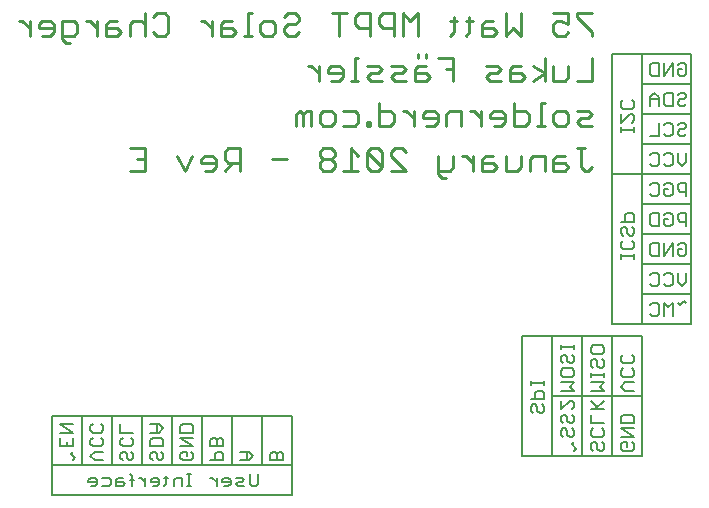
<source format=gbo>
G75*
%MOIN*%
%OFA0B0*%
%FSLAX25Y25*%
%IPPOS*%
%LPD*%
%AMOC8*
5,1,8,0,0,1.08239X$1,22.5*
%
%ADD10C,0.01100*%
%ADD11C,0.00700*%
%ADD12C,0.00591*%
D10*
X0193587Y0213622D02*
X0198591Y0213622D01*
X0198591Y0221128D01*
X0193587Y0221128D01*
X0196089Y0217375D02*
X0198591Y0217375D01*
X0209424Y0218626D02*
X0211926Y0213622D01*
X0214428Y0218626D01*
X0217343Y0217375D02*
X0217343Y0216124D01*
X0222347Y0216124D01*
X0222347Y0214873D02*
X0222347Y0217375D01*
X0221096Y0218626D01*
X0218594Y0218626D01*
X0217343Y0217375D01*
X0218594Y0213622D02*
X0221096Y0213622D01*
X0222347Y0214873D01*
X0225262Y0213622D02*
X0227764Y0216124D01*
X0226513Y0216124D02*
X0230266Y0216124D01*
X0230266Y0213622D02*
X0230266Y0221128D01*
X0226513Y0221128D01*
X0225262Y0219877D01*
X0225262Y0217375D01*
X0226513Y0216124D01*
X0241099Y0217375D02*
X0246103Y0217375D01*
X0256937Y0216124D02*
X0256937Y0214873D01*
X0258188Y0213622D01*
X0260690Y0213622D01*
X0261941Y0214873D01*
X0261941Y0216124D01*
X0260690Y0217375D01*
X0258188Y0217375D01*
X0256937Y0216124D01*
X0258188Y0217375D02*
X0256937Y0218626D01*
X0256937Y0219877D01*
X0258188Y0221128D01*
X0260690Y0221128D01*
X0261941Y0219877D01*
X0261941Y0218626D01*
X0260690Y0217375D01*
X0264855Y0213622D02*
X0269860Y0213622D01*
X0267358Y0213622D02*
X0267358Y0221128D01*
X0269860Y0218626D01*
X0272774Y0219877D02*
X0272774Y0214873D01*
X0274025Y0213622D01*
X0276527Y0213622D01*
X0277778Y0214873D01*
X0272774Y0219877D01*
X0274025Y0221128D01*
X0276527Y0221128D01*
X0277778Y0219877D01*
X0277778Y0214873D01*
X0280693Y0213622D02*
X0285697Y0213622D01*
X0280693Y0218626D01*
X0280693Y0219877D01*
X0281944Y0221128D01*
X0284446Y0221128D01*
X0285697Y0219877D01*
X0288337Y0228622D02*
X0288337Y0233626D01*
X0288337Y0231124D02*
X0285835Y0233626D01*
X0284584Y0233626D01*
X0281738Y0232375D02*
X0280487Y0233626D01*
X0276734Y0233626D01*
X0276734Y0236128D02*
X0276734Y0228622D01*
X0280487Y0228622D01*
X0281738Y0229873D01*
X0281738Y0232375D01*
X0273819Y0229873D02*
X0273819Y0228622D01*
X0272568Y0228622D01*
X0272568Y0229873D01*
X0273819Y0229873D01*
X0269860Y0229873D02*
X0268609Y0228622D01*
X0264855Y0228622D01*
X0261941Y0229873D02*
X0260690Y0228622D01*
X0258188Y0228622D01*
X0256937Y0229873D01*
X0256937Y0232375D01*
X0258188Y0233626D01*
X0260690Y0233626D01*
X0261941Y0232375D01*
X0261941Y0229873D01*
X0264855Y0233626D02*
X0268609Y0233626D01*
X0269860Y0232375D01*
X0269860Y0229873D01*
X0269860Y0243622D02*
X0267358Y0243622D01*
X0268609Y0243622D02*
X0268609Y0251128D01*
X0269860Y0251128D01*
X0272774Y0248626D02*
X0276527Y0248626D01*
X0277778Y0247375D01*
X0276527Y0246124D01*
X0274025Y0246124D01*
X0272774Y0244873D01*
X0274025Y0243622D01*
X0277778Y0243622D01*
X0280693Y0244873D02*
X0281944Y0246124D01*
X0284446Y0246124D01*
X0285697Y0247375D01*
X0284446Y0248626D01*
X0280693Y0248626D01*
X0280693Y0244873D02*
X0281944Y0243622D01*
X0285697Y0243622D01*
X0288612Y0243622D02*
X0292365Y0243622D01*
X0293616Y0244873D01*
X0292365Y0246124D01*
X0288612Y0246124D01*
X0288612Y0247375D02*
X0288612Y0243622D01*
X0288612Y0247375D02*
X0289863Y0248626D01*
X0292365Y0248626D01*
X0292365Y0251128D02*
X0292365Y0252380D01*
X0289863Y0252380D02*
X0289863Y0251128D01*
X0296531Y0251128D02*
X0301535Y0251128D01*
X0301535Y0243622D01*
X0301535Y0247375D02*
X0299033Y0247375D01*
X0300352Y0258622D02*
X0301604Y0259873D01*
X0301604Y0264877D01*
X0302855Y0263626D02*
X0300352Y0263626D01*
X0305632Y0263626D02*
X0308134Y0263626D01*
X0306883Y0264877D02*
X0306883Y0259873D01*
X0305632Y0258622D01*
X0311048Y0258622D02*
X0311048Y0262375D01*
X0312299Y0263626D01*
X0314801Y0263626D01*
X0314801Y0261124D02*
X0311048Y0261124D01*
X0311048Y0258622D02*
X0314801Y0258622D01*
X0316053Y0259873D01*
X0314801Y0261124D01*
X0318967Y0258622D02*
X0318967Y0266128D01*
X0323971Y0266128D02*
X0323971Y0258622D01*
X0321469Y0261124D01*
X0318967Y0258622D01*
X0321538Y0248626D02*
X0320287Y0247375D01*
X0320287Y0243622D01*
X0324040Y0243622D01*
X0325291Y0244873D01*
X0324040Y0246124D01*
X0320287Y0246124D01*
X0321538Y0248626D02*
X0324040Y0248626D01*
X0328137Y0248626D02*
X0331890Y0246124D01*
X0328137Y0243622D01*
X0331890Y0243622D02*
X0331890Y0251128D01*
X0334805Y0248626D02*
X0334805Y0243622D01*
X0338558Y0243622D01*
X0339809Y0244873D01*
X0339809Y0248626D01*
X0347728Y0251128D02*
X0347728Y0243622D01*
X0342723Y0243622D01*
X0342723Y0233626D02*
X0346477Y0233626D01*
X0347728Y0232375D01*
X0346477Y0231124D01*
X0343974Y0231124D01*
X0342723Y0229873D01*
X0343974Y0228622D01*
X0347728Y0228622D01*
X0339809Y0229873D02*
X0338558Y0228622D01*
X0336056Y0228622D01*
X0334805Y0229873D01*
X0334805Y0232375D01*
X0336056Y0233626D01*
X0338558Y0233626D01*
X0339809Y0232375D01*
X0339809Y0229873D01*
X0331890Y0228622D02*
X0329388Y0228622D01*
X0330639Y0228622D02*
X0330639Y0236128D01*
X0331890Y0236128D01*
X0326611Y0232375D02*
X0325360Y0233626D01*
X0321607Y0233626D01*
X0321607Y0236128D02*
X0321607Y0228622D01*
X0325360Y0228622D01*
X0326611Y0229873D01*
X0326611Y0232375D01*
X0318692Y0232375D02*
X0317441Y0233626D01*
X0314939Y0233626D01*
X0313688Y0232375D01*
X0313688Y0231124D01*
X0318692Y0231124D01*
X0318692Y0229873D02*
X0318692Y0232375D01*
X0318692Y0229873D02*
X0317441Y0228622D01*
X0314939Y0228622D01*
X0310773Y0228622D02*
X0310773Y0233626D01*
X0308271Y0233626D02*
X0307020Y0233626D01*
X0308271Y0233626D02*
X0310773Y0231124D01*
X0304174Y0228622D02*
X0304174Y0233626D01*
X0300421Y0233626D01*
X0299170Y0232375D01*
X0299170Y0228622D01*
X0296256Y0229873D02*
X0296256Y0232375D01*
X0295005Y0233626D01*
X0292502Y0233626D01*
X0291251Y0232375D01*
X0291251Y0231124D01*
X0296256Y0231124D01*
X0296256Y0229873D02*
X0295005Y0228622D01*
X0292502Y0228622D01*
X0296531Y0218626D02*
X0296531Y0212371D01*
X0297782Y0211120D01*
X0299033Y0211120D01*
X0300284Y0213622D02*
X0296531Y0213622D01*
X0300284Y0213622D02*
X0301535Y0214873D01*
X0301535Y0218626D01*
X0304381Y0218626D02*
X0305632Y0218626D01*
X0308134Y0216124D01*
X0308134Y0213622D02*
X0308134Y0218626D01*
X0311048Y0217375D02*
X0311048Y0213622D01*
X0314801Y0213622D01*
X0316053Y0214873D01*
X0314801Y0216124D01*
X0311048Y0216124D01*
X0311048Y0217375D02*
X0312299Y0218626D01*
X0314801Y0218626D01*
X0318967Y0218626D02*
X0318967Y0213622D01*
X0322720Y0213622D01*
X0323971Y0214873D01*
X0323971Y0218626D01*
X0326886Y0217375D02*
X0326886Y0213622D01*
X0326886Y0217375D02*
X0328137Y0218626D01*
X0331890Y0218626D01*
X0331890Y0213622D01*
X0334805Y0213622D02*
X0338558Y0213622D01*
X0339809Y0214873D01*
X0338558Y0216124D01*
X0334805Y0216124D01*
X0334805Y0217375D02*
X0334805Y0213622D01*
X0334805Y0217375D02*
X0336056Y0218626D01*
X0338558Y0218626D01*
X0342723Y0221128D02*
X0345225Y0221128D01*
X0343974Y0221128D02*
X0343974Y0214873D01*
X0345225Y0213622D01*
X0346477Y0213622D01*
X0347728Y0214873D01*
X0317372Y0243622D02*
X0313619Y0243622D01*
X0312368Y0244873D01*
X0313619Y0246124D01*
X0316121Y0246124D01*
X0317372Y0247375D01*
X0316121Y0248626D01*
X0312368Y0248626D01*
X0334805Y0259873D02*
X0336056Y0258622D01*
X0338558Y0258622D01*
X0339809Y0259873D01*
X0339809Y0262375D02*
X0337307Y0263626D01*
X0336056Y0263626D01*
X0334805Y0262375D01*
X0334805Y0259873D01*
X0334805Y0266128D02*
X0339809Y0266128D01*
X0339809Y0262375D01*
X0342723Y0264877D02*
X0347728Y0259873D01*
X0347728Y0258622D01*
X0347728Y0266128D02*
X0342723Y0266128D01*
X0342723Y0264877D01*
X0289657Y0266128D02*
X0289657Y0258622D01*
X0284652Y0258622D02*
X0284652Y0266128D01*
X0287155Y0263626D01*
X0289657Y0266128D01*
X0281738Y0266128D02*
X0281738Y0258622D01*
X0281738Y0261124D02*
X0277985Y0261124D01*
X0276734Y0262375D01*
X0276734Y0264877D01*
X0277985Y0266128D01*
X0281738Y0266128D01*
X0273819Y0266128D02*
X0273819Y0258622D01*
X0273819Y0261124D02*
X0270066Y0261124D01*
X0268815Y0262375D01*
X0268815Y0264877D01*
X0270066Y0266128D01*
X0273819Y0266128D01*
X0265900Y0266128D02*
X0260896Y0266128D01*
X0263398Y0266128D02*
X0263398Y0258622D01*
X0263330Y0248626D02*
X0260827Y0248626D01*
X0259576Y0247375D01*
X0259576Y0246124D01*
X0264581Y0246124D01*
X0264581Y0244873D02*
X0264581Y0247375D01*
X0263330Y0248626D01*
X0264581Y0244873D02*
X0263330Y0243622D01*
X0260827Y0243622D01*
X0256662Y0243622D02*
X0256662Y0248626D01*
X0256662Y0246124D02*
X0254160Y0248626D01*
X0252909Y0248626D01*
X0248812Y0258622D02*
X0246310Y0258622D01*
X0245059Y0259873D01*
X0245059Y0261124D01*
X0246310Y0262375D01*
X0248812Y0262375D01*
X0250063Y0263626D01*
X0250063Y0264877D01*
X0248812Y0266128D01*
X0246310Y0266128D01*
X0245059Y0264877D01*
X0242144Y0262375D02*
X0242144Y0259873D01*
X0240893Y0258622D01*
X0238391Y0258622D01*
X0237140Y0259873D01*
X0237140Y0262375D01*
X0238391Y0263626D01*
X0240893Y0263626D01*
X0242144Y0262375D01*
X0234225Y0258622D02*
X0231723Y0258622D01*
X0232974Y0258622D02*
X0232974Y0266128D01*
X0234225Y0266128D01*
X0227695Y0263626D02*
X0225193Y0263626D01*
X0223942Y0262375D01*
X0223942Y0258622D01*
X0227695Y0258622D01*
X0228946Y0259873D01*
X0227695Y0261124D01*
X0223942Y0261124D01*
X0221027Y0261124D02*
X0218525Y0263626D01*
X0217274Y0263626D01*
X0221027Y0263626D02*
X0221027Y0258622D01*
X0206510Y0259873D02*
X0205259Y0258622D01*
X0202756Y0258622D01*
X0201505Y0259873D01*
X0198591Y0258622D02*
X0198591Y0266128D01*
X0197340Y0263626D02*
X0198591Y0262375D01*
X0197340Y0263626D02*
X0194838Y0263626D01*
X0193587Y0262375D01*
X0193587Y0258622D01*
X0190672Y0259873D02*
X0189421Y0261124D01*
X0185668Y0261124D01*
X0185668Y0262375D02*
X0185668Y0258622D01*
X0189421Y0258622D01*
X0190672Y0259873D01*
X0189421Y0263626D02*
X0186919Y0263626D01*
X0185668Y0262375D01*
X0182753Y0261124D02*
X0180251Y0263626D01*
X0179000Y0263626D01*
X0176154Y0262375D02*
X0176154Y0259873D01*
X0174903Y0258622D01*
X0171150Y0258622D01*
X0171150Y0257371D02*
X0171150Y0263626D01*
X0174903Y0263626D01*
X0176154Y0262375D01*
X0182753Y0263626D02*
X0182753Y0258622D01*
X0173652Y0256120D02*
X0172401Y0256120D01*
X0171150Y0257371D01*
X0168236Y0259873D02*
X0168236Y0262375D01*
X0166985Y0263626D01*
X0164482Y0263626D01*
X0163231Y0262375D01*
X0163231Y0261124D01*
X0168236Y0261124D01*
X0168236Y0259873D02*
X0166985Y0258622D01*
X0164482Y0258622D01*
X0160317Y0258622D02*
X0160317Y0263626D01*
X0160317Y0261124D02*
X0157815Y0263626D01*
X0156564Y0263626D01*
X0201505Y0264877D02*
X0202756Y0266128D01*
X0205259Y0266128D01*
X0206510Y0264877D01*
X0206510Y0259873D01*
X0248812Y0258622D02*
X0250063Y0259873D01*
X0250269Y0233626D02*
X0249018Y0232375D01*
X0249018Y0228622D01*
X0251520Y0228622D02*
X0251520Y0232375D01*
X0250269Y0233626D01*
X0251520Y0232375D02*
X0252771Y0233626D01*
X0254022Y0233626D01*
X0254022Y0228622D01*
D11*
X0337378Y0155468D02*
X0337378Y0154034D01*
X0337378Y0154751D02*
X0341681Y0154751D01*
X0341681Y0154034D02*
X0341681Y0155468D01*
X0340964Y0152299D02*
X0341681Y0151582D01*
X0341681Y0150147D01*
X0340964Y0149430D01*
X0340247Y0149430D01*
X0339529Y0150147D01*
X0339529Y0151582D01*
X0338812Y0152299D01*
X0338095Y0152299D01*
X0337378Y0151582D01*
X0337378Y0150147D01*
X0338095Y0149430D01*
X0338095Y0147695D02*
X0340964Y0147695D01*
X0341681Y0146978D01*
X0341681Y0145543D01*
X0340964Y0144826D01*
X0338095Y0144826D01*
X0337378Y0145543D01*
X0337378Y0146978D01*
X0338095Y0147695D01*
X0337378Y0143091D02*
X0341681Y0143091D01*
X0340247Y0141657D01*
X0341681Y0140222D01*
X0337378Y0140222D01*
X0337378Y0136903D02*
X0337378Y0134034D01*
X0340247Y0136903D01*
X0340964Y0136903D01*
X0341681Y0136186D01*
X0341681Y0134751D01*
X0340964Y0134034D01*
X0340964Y0132299D02*
X0341681Y0131582D01*
X0341681Y0130147D01*
X0340964Y0129430D01*
X0340247Y0129430D01*
X0339529Y0130147D01*
X0339529Y0131582D01*
X0338812Y0132299D01*
X0338095Y0132299D01*
X0337378Y0131582D01*
X0337378Y0130147D01*
X0338095Y0129430D01*
X0338095Y0127695D02*
X0337378Y0126978D01*
X0337378Y0125543D01*
X0338095Y0124826D01*
X0339529Y0125543D02*
X0339529Y0126978D01*
X0338812Y0127695D01*
X0338095Y0127695D01*
X0339529Y0125543D02*
X0340247Y0124826D01*
X0340964Y0124826D01*
X0341681Y0125543D01*
X0341681Y0126978D01*
X0340964Y0127695D01*
X0341681Y0123091D02*
X0340964Y0122374D01*
X0342399Y0120939D01*
X0341681Y0120222D01*
X0347378Y0120939D02*
X0347378Y0122374D01*
X0348095Y0123091D01*
X0348812Y0123091D01*
X0349529Y0122374D01*
X0349529Y0120939D01*
X0350247Y0120222D01*
X0350964Y0120222D01*
X0351681Y0120939D01*
X0351681Y0122374D01*
X0350964Y0123091D01*
X0350964Y0124826D02*
X0348095Y0124826D01*
X0347378Y0125543D01*
X0347378Y0126978D01*
X0348095Y0127695D01*
X0347378Y0129430D02*
X0347378Y0132299D01*
X0347378Y0134034D02*
X0351681Y0134034D01*
X0349529Y0134751D02*
X0347378Y0136903D01*
X0348812Y0134034D02*
X0351681Y0136903D01*
X0351681Y0140222D02*
X0347378Y0140222D01*
X0347378Y0143091D02*
X0351681Y0143091D01*
X0350247Y0141657D01*
X0351681Y0140222D01*
X0351681Y0144826D02*
X0351681Y0146261D01*
X0351681Y0145543D02*
X0347378Y0145543D01*
X0347378Y0144826D02*
X0347378Y0146261D01*
X0348095Y0147895D02*
X0347378Y0148613D01*
X0347378Y0150047D01*
X0348095Y0150764D01*
X0348812Y0150764D01*
X0349529Y0150047D01*
X0349529Y0148613D01*
X0350247Y0147895D01*
X0350964Y0147895D01*
X0351681Y0148613D01*
X0351681Y0150047D01*
X0350964Y0150764D01*
X0350964Y0152499D02*
X0348095Y0152499D01*
X0347378Y0153216D01*
X0347378Y0154651D01*
X0348095Y0155368D01*
X0350964Y0155368D01*
X0351681Y0154651D01*
X0351681Y0153216D01*
X0350964Y0152499D01*
X0357378Y0151582D02*
X0358095Y0152299D01*
X0357378Y0151582D02*
X0357378Y0150147D01*
X0358095Y0149430D01*
X0360964Y0149430D01*
X0361681Y0150147D01*
X0361681Y0151582D01*
X0360964Y0152299D01*
X0360964Y0147695D02*
X0361681Y0146978D01*
X0361681Y0145543D01*
X0360964Y0144826D01*
X0358095Y0144826D01*
X0357378Y0145543D01*
X0357378Y0146978D01*
X0358095Y0147695D01*
X0358812Y0143091D02*
X0357378Y0141657D01*
X0358812Y0140222D01*
X0361681Y0140222D01*
X0361681Y0143091D02*
X0358812Y0143091D01*
X0358095Y0132299D02*
X0357378Y0131582D01*
X0357378Y0129430D01*
X0361681Y0129430D01*
X0361681Y0131582D01*
X0360964Y0132299D01*
X0358095Y0132299D01*
X0357378Y0127695D02*
X0361681Y0127695D01*
X0361681Y0124826D02*
X0357378Y0124826D01*
X0358095Y0123091D02*
X0357378Y0122374D01*
X0357378Y0120939D01*
X0358095Y0120222D01*
X0360964Y0120222D01*
X0361681Y0120939D01*
X0361681Y0122374D01*
X0360964Y0123091D01*
X0359529Y0123091D02*
X0359529Y0121657D01*
X0359529Y0123091D02*
X0358095Y0123091D01*
X0361681Y0124826D02*
X0357378Y0127695D01*
X0351681Y0126978D02*
X0351681Y0125543D01*
X0350964Y0124826D01*
X0351681Y0126978D02*
X0350964Y0127695D01*
X0351681Y0129430D02*
X0347378Y0129430D01*
X0347378Y0120939D02*
X0348095Y0120222D01*
X0331681Y0133551D02*
X0330964Y0132833D01*
X0330247Y0132833D01*
X0329529Y0133551D01*
X0329529Y0134985D01*
X0328812Y0135703D01*
X0328095Y0135703D01*
X0327378Y0134985D01*
X0327378Y0133551D01*
X0328095Y0132833D01*
X0331681Y0133551D02*
X0331681Y0134985D01*
X0330964Y0135703D01*
X0331681Y0137437D02*
X0327378Y0137437D01*
X0328812Y0137437D02*
X0328812Y0139589D01*
X0329529Y0140306D01*
X0330964Y0140306D01*
X0331681Y0139589D01*
X0331681Y0137437D01*
X0331681Y0142041D02*
X0331681Y0143476D01*
X0331681Y0142759D02*
X0327378Y0142759D01*
X0327378Y0143476D02*
X0327378Y0142041D01*
X0367101Y0165939D02*
X0367818Y0165222D01*
X0369252Y0165222D01*
X0369970Y0165939D01*
X0369970Y0168808D01*
X0369252Y0169526D01*
X0367818Y0169526D01*
X0367101Y0168808D01*
X0371705Y0169526D02*
X0371705Y0165222D01*
X0374574Y0165222D02*
X0374574Y0169526D01*
X0373139Y0168091D01*
X0371705Y0169526D01*
X0376308Y0169526D02*
X0377026Y0168808D01*
X0378460Y0170243D01*
X0379178Y0169526D01*
X0377743Y0175222D02*
X0376308Y0176657D01*
X0376308Y0179526D01*
X0374574Y0178808D02*
X0373856Y0179526D01*
X0372422Y0179526D01*
X0371705Y0178808D01*
X0369970Y0178808D02*
X0369970Y0175939D01*
X0369252Y0175222D01*
X0367818Y0175222D01*
X0367101Y0175939D01*
X0367101Y0178808D02*
X0367818Y0179526D01*
X0369252Y0179526D01*
X0369970Y0178808D01*
X0371705Y0175939D02*
X0372422Y0175222D01*
X0373856Y0175222D01*
X0374574Y0175939D01*
X0374574Y0178808D01*
X0379178Y0179526D02*
X0379178Y0176657D01*
X0377743Y0175222D01*
X0377026Y0185222D02*
X0376308Y0185939D01*
X0376308Y0187374D01*
X0377743Y0187374D01*
X0376308Y0188808D02*
X0377026Y0189526D01*
X0378460Y0189526D01*
X0379178Y0188808D01*
X0379178Y0185939D01*
X0378460Y0185222D01*
X0377026Y0185222D01*
X0374574Y0185222D02*
X0374574Y0189526D01*
X0371705Y0185222D01*
X0371705Y0189526D01*
X0369970Y0189526D02*
X0367818Y0189526D01*
X0367101Y0188808D01*
X0367101Y0185939D01*
X0367818Y0185222D01*
X0369970Y0185222D01*
X0369970Y0189526D01*
X0369970Y0195222D02*
X0367818Y0195222D01*
X0367101Y0195939D01*
X0367101Y0198808D01*
X0367818Y0199526D01*
X0369970Y0199526D01*
X0369970Y0195222D01*
X0371705Y0195939D02*
X0371705Y0197374D01*
X0373139Y0197374D01*
X0371705Y0198808D02*
X0372422Y0199526D01*
X0373856Y0199526D01*
X0374574Y0198808D01*
X0374574Y0195939D01*
X0373856Y0195222D01*
X0372422Y0195222D01*
X0371705Y0195939D01*
X0376308Y0197374D02*
X0376308Y0198808D01*
X0377026Y0199526D01*
X0379178Y0199526D01*
X0379178Y0195222D01*
X0379178Y0196657D02*
X0377026Y0196657D01*
X0376308Y0197374D01*
X0373856Y0205222D02*
X0372422Y0205222D01*
X0371705Y0205939D01*
X0371705Y0207374D01*
X0373139Y0207374D01*
X0371705Y0208808D02*
X0372422Y0209526D01*
X0373856Y0209526D01*
X0374574Y0208808D01*
X0374574Y0205939D01*
X0373856Y0205222D01*
X0376308Y0207374D02*
X0377026Y0206657D01*
X0379178Y0206657D01*
X0379178Y0205222D02*
X0379178Y0209526D01*
X0377026Y0209526D01*
X0376308Y0208808D01*
X0376308Y0207374D01*
X0369970Y0208808D02*
X0369970Y0205939D01*
X0369252Y0205222D01*
X0367818Y0205222D01*
X0367101Y0205939D01*
X0367101Y0208808D02*
X0367818Y0209526D01*
X0369252Y0209526D01*
X0369970Y0208808D01*
X0369252Y0215222D02*
X0367818Y0215222D01*
X0367101Y0215939D01*
X0369252Y0215222D02*
X0369970Y0215939D01*
X0369970Y0218808D01*
X0369252Y0219526D01*
X0367818Y0219526D01*
X0367101Y0218808D01*
X0371705Y0218808D02*
X0372422Y0219526D01*
X0373856Y0219526D01*
X0374574Y0218808D01*
X0374574Y0215939D01*
X0373856Y0215222D01*
X0372422Y0215222D01*
X0371705Y0215939D01*
X0376308Y0216657D02*
X0376308Y0219526D01*
X0376308Y0216657D02*
X0377743Y0215222D01*
X0379178Y0216657D01*
X0379178Y0219526D01*
X0378460Y0225222D02*
X0379178Y0225939D01*
X0378460Y0225222D02*
X0377026Y0225222D01*
X0376308Y0225939D01*
X0376308Y0226657D01*
X0377026Y0227374D01*
X0378460Y0227374D01*
X0379178Y0228091D01*
X0379178Y0228808D01*
X0378460Y0229526D01*
X0377026Y0229526D01*
X0376308Y0228808D01*
X0374574Y0228808D02*
X0374574Y0225939D01*
X0373856Y0225222D01*
X0372422Y0225222D01*
X0371705Y0225939D01*
X0369970Y0225222D02*
X0367101Y0225222D01*
X0369970Y0225222D02*
X0369970Y0229526D01*
X0371705Y0228808D02*
X0372422Y0229526D01*
X0373856Y0229526D01*
X0374574Y0228808D01*
X0374574Y0235222D02*
X0372422Y0235222D01*
X0371705Y0235939D01*
X0371705Y0238808D01*
X0372422Y0239526D01*
X0374574Y0239526D01*
X0374574Y0235222D01*
X0376308Y0235939D02*
X0377026Y0235222D01*
X0378460Y0235222D01*
X0379178Y0235939D01*
X0378460Y0237374D02*
X0377026Y0237374D01*
X0376308Y0236657D01*
X0376308Y0235939D01*
X0378460Y0237374D02*
X0379178Y0238091D01*
X0379178Y0238808D01*
X0378460Y0239526D01*
X0377026Y0239526D01*
X0376308Y0238808D01*
X0369970Y0238091D02*
X0369970Y0235222D01*
X0369970Y0237374D02*
X0367101Y0237374D01*
X0367101Y0238091D02*
X0367101Y0235222D01*
X0367101Y0238091D02*
X0368535Y0239526D01*
X0369970Y0238091D01*
X0369970Y0245222D02*
X0367818Y0245222D01*
X0367101Y0245939D01*
X0367101Y0248808D01*
X0367818Y0249526D01*
X0369970Y0249526D01*
X0369970Y0245222D01*
X0371705Y0245222D02*
X0371705Y0249526D01*
X0374574Y0249526D02*
X0371705Y0245222D01*
X0374574Y0245222D02*
X0374574Y0249526D01*
X0376308Y0248808D02*
X0377026Y0249526D01*
X0378460Y0249526D01*
X0379178Y0248808D01*
X0379178Y0245939D01*
X0378460Y0245222D01*
X0377026Y0245222D01*
X0376308Y0245939D01*
X0376308Y0247374D01*
X0377743Y0247374D01*
X0361681Y0236409D02*
X0361681Y0234974D01*
X0360964Y0234257D01*
X0358095Y0234257D01*
X0357378Y0234974D01*
X0357378Y0236409D01*
X0358095Y0237126D01*
X0360964Y0237126D02*
X0361681Y0236409D01*
X0360964Y0232522D02*
X0361681Y0231805D01*
X0361681Y0230370D01*
X0360964Y0229653D01*
X0361681Y0228018D02*
X0361681Y0226583D01*
X0361681Y0227301D02*
X0357378Y0227301D01*
X0357378Y0228018D02*
X0357378Y0226583D01*
X0357378Y0229653D02*
X0360247Y0232522D01*
X0360964Y0232522D01*
X0357378Y0232522D02*
X0357378Y0229653D01*
X0359529Y0199428D02*
X0358812Y0198710D01*
X0358812Y0196559D01*
X0357378Y0196559D02*
X0361681Y0196559D01*
X0361681Y0198710D01*
X0360964Y0199428D01*
X0359529Y0199428D01*
X0358812Y0194824D02*
X0358095Y0194824D01*
X0357378Y0194107D01*
X0357378Y0192672D01*
X0358095Y0191955D01*
X0359529Y0192672D02*
X0359529Y0194107D01*
X0358812Y0194824D01*
X0360964Y0194824D02*
X0361681Y0194107D01*
X0361681Y0192672D01*
X0360964Y0191955D01*
X0360247Y0191955D01*
X0359529Y0192672D01*
X0358095Y0190220D02*
X0357378Y0189503D01*
X0357378Y0188068D01*
X0358095Y0187351D01*
X0360964Y0187351D01*
X0361681Y0188068D01*
X0361681Y0189503D01*
X0360964Y0190220D01*
X0361681Y0185716D02*
X0361681Y0184281D01*
X0361681Y0184999D02*
X0357378Y0184999D01*
X0357378Y0185716D02*
X0357378Y0184281D01*
X0244806Y0119249D02*
X0244806Y0117097D01*
X0240503Y0117097D01*
X0240503Y0119249D01*
X0241220Y0119966D01*
X0241937Y0119966D01*
X0242654Y0119249D01*
X0242654Y0117097D01*
X0242654Y0119249D02*
X0243372Y0119966D01*
X0244089Y0119966D01*
X0244806Y0119249D01*
X0234806Y0118532D02*
X0233372Y0119966D01*
X0230503Y0119966D01*
X0232654Y0119966D02*
X0232654Y0117097D01*
X0233372Y0117097D02*
X0234806Y0118532D01*
X0233372Y0117097D02*
X0230503Y0117097D01*
X0233592Y0112651D02*
X0233592Y0109064D01*
X0234309Y0108347D01*
X0235744Y0108347D01*
X0236461Y0109064D01*
X0236461Y0112651D01*
X0231857Y0110499D02*
X0231140Y0111216D01*
X0228988Y0111216D01*
X0229705Y0109782D02*
X0228988Y0109064D01*
X0229705Y0108347D01*
X0231857Y0108347D01*
X0231140Y0109782D02*
X0231857Y0110499D01*
X0231140Y0109782D02*
X0229705Y0109782D01*
X0227253Y0109782D02*
X0224384Y0109782D01*
X0224384Y0110499D01*
X0225101Y0111216D01*
X0226536Y0111216D01*
X0227253Y0110499D01*
X0227253Y0109064D01*
X0226536Y0108347D01*
X0225101Y0108347D01*
X0222649Y0108347D02*
X0222649Y0111216D01*
X0222649Y0109782D02*
X0221214Y0111216D01*
X0220497Y0111216D01*
X0220503Y0117097D02*
X0224806Y0117097D01*
X0224806Y0119249D01*
X0224089Y0119966D01*
X0222654Y0119966D01*
X0221937Y0119249D01*
X0221937Y0117097D01*
X0222654Y0121701D02*
X0222654Y0123853D01*
X0221937Y0124570D01*
X0221220Y0124570D01*
X0220503Y0123853D01*
X0220503Y0121701D01*
X0224806Y0121701D01*
X0224806Y0123853D01*
X0224089Y0124570D01*
X0223372Y0124570D01*
X0222654Y0123853D01*
X0214806Y0124570D02*
X0210503Y0124570D01*
X0214806Y0121701D01*
X0210503Y0121701D01*
X0211220Y0119966D02*
X0210503Y0119249D01*
X0210503Y0117814D01*
X0211220Y0117097D01*
X0214089Y0117097D01*
X0214806Y0117814D01*
X0214806Y0119249D01*
X0214089Y0119966D01*
X0212654Y0119966D02*
X0212654Y0118532D01*
X0212654Y0119966D02*
X0211220Y0119966D01*
X0210503Y0126305D02*
X0210503Y0128457D01*
X0211220Y0129174D01*
X0214089Y0129174D01*
X0214806Y0128457D01*
X0214806Y0126305D01*
X0210503Y0126305D01*
X0204806Y0127739D02*
X0203372Y0129174D01*
X0200503Y0129174D01*
X0202654Y0129174D02*
X0202654Y0126305D01*
X0203372Y0126305D02*
X0204806Y0127739D01*
X0203372Y0126305D02*
X0200503Y0126305D01*
X0201220Y0124570D02*
X0204089Y0124570D01*
X0204806Y0123853D01*
X0204806Y0121701D01*
X0200503Y0121701D01*
X0200503Y0123853D01*
X0201220Y0124570D01*
X0201220Y0119966D02*
X0200503Y0119249D01*
X0200503Y0117814D01*
X0201220Y0117097D01*
X0202654Y0117814D02*
X0202654Y0119249D01*
X0201937Y0119966D01*
X0201220Y0119966D01*
X0202654Y0117814D02*
X0203372Y0117097D01*
X0204089Y0117097D01*
X0204806Y0117814D01*
X0204806Y0119249D01*
X0204089Y0119966D01*
X0205818Y0111933D02*
X0205818Y0109064D01*
X0205101Y0108347D01*
X0203466Y0109064D02*
X0203466Y0110499D01*
X0202749Y0111216D01*
X0201314Y0111216D01*
X0200597Y0110499D01*
X0200597Y0109782D01*
X0203466Y0109782D01*
X0203466Y0109064D02*
X0202749Y0108347D01*
X0201314Y0108347D01*
X0198862Y0108347D02*
X0198862Y0111216D01*
X0198862Y0109782D02*
X0197428Y0111216D01*
X0196710Y0111216D01*
X0195026Y0110499D02*
X0193591Y0110499D01*
X0194308Y0111933D02*
X0194308Y0108347D01*
X0191956Y0109064D02*
X0191239Y0109782D01*
X0189087Y0109782D01*
X0189087Y0110499D02*
X0189087Y0108347D01*
X0191239Y0108347D01*
X0191956Y0109064D01*
X0191239Y0111216D02*
X0189804Y0111216D01*
X0189087Y0110499D01*
X0187352Y0110499D02*
X0186635Y0111216D01*
X0184483Y0111216D01*
X0182748Y0110499D02*
X0182031Y0111216D01*
X0180597Y0111216D01*
X0179879Y0110499D01*
X0179879Y0109782D01*
X0182748Y0109782D01*
X0182748Y0110499D02*
X0182748Y0109064D01*
X0182031Y0108347D01*
X0180597Y0108347D01*
X0184483Y0108347D02*
X0186635Y0108347D01*
X0187352Y0109064D01*
X0187352Y0110499D01*
X0193591Y0112651D02*
X0194308Y0111933D01*
X0194089Y0117097D02*
X0193372Y0117097D01*
X0192654Y0117814D01*
X0192654Y0119249D01*
X0191937Y0119966D01*
X0191220Y0119966D01*
X0190503Y0119249D01*
X0190503Y0117814D01*
X0191220Y0117097D01*
X0194089Y0117097D02*
X0194806Y0117814D01*
X0194806Y0119249D01*
X0194089Y0119966D01*
X0194089Y0121701D02*
X0191220Y0121701D01*
X0190503Y0122418D01*
X0190503Y0123853D01*
X0191220Y0124570D01*
X0190503Y0126305D02*
X0190503Y0129174D01*
X0190503Y0126305D02*
X0194806Y0126305D01*
X0194089Y0124570D02*
X0194806Y0123853D01*
X0194806Y0122418D01*
X0194089Y0121701D01*
X0184806Y0122418D02*
X0184089Y0121701D01*
X0181220Y0121701D01*
X0180503Y0122418D01*
X0180503Y0123853D01*
X0181220Y0124570D01*
X0181220Y0126305D02*
X0180503Y0127022D01*
X0180503Y0128457D01*
X0181220Y0129174D01*
X0184089Y0129174D02*
X0184806Y0128457D01*
X0184806Y0127022D01*
X0184089Y0126305D01*
X0181220Y0126305D01*
X0184089Y0124570D02*
X0184806Y0123853D01*
X0184806Y0122418D01*
X0184806Y0119966D02*
X0181937Y0119966D01*
X0180503Y0118532D01*
X0181937Y0117097D01*
X0184806Y0117097D01*
X0175524Y0117814D02*
X0174089Y0119249D01*
X0174806Y0119966D01*
X0174806Y0121701D02*
X0170503Y0121701D01*
X0170503Y0124570D01*
X0170503Y0126305D02*
X0174806Y0126305D01*
X0170503Y0129174D01*
X0174806Y0129174D01*
X0174806Y0124570D02*
X0174806Y0121701D01*
X0172654Y0121701D02*
X0172654Y0123136D01*
X0175524Y0117814D02*
X0174806Y0117097D01*
X0205101Y0111216D02*
X0206535Y0111216D01*
X0208270Y0110499D02*
X0208987Y0111216D01*
X0211139Y0111216D01*
X0211139Y0108347D01*
X0212774Y0108347D02*
X0214209Y0108347D01*
X0213491Y0108347D02*
X0213491Y0112651D01*
X0212774Y0112651D02*
X0214209Y0112651D01*
X0208270Y0110499D02*
X0208270Y0108347D01*
D12*
X0167653Y0105497D02*
X0167653Y0131747D01*
X0177653Y0131747D01*
X0177653Y0115497D01*
X0167653Y0115497D01*
X0177653Y0115497D02*
X0187653Y0115497D01*
X0187653Y0131747D01*
X0197653Y0131747D01*
X0197653Y0115497D01*
X0187653Y0115497D01*
X0197653Y0115497D02*
X0207653Y0115497D01*
X0207653Y0131747D01*
X0217653Y0131747D01*
X0217653Y0115497D01*
X0207653Y0115497D01*
X0217653Y0115497D02*
X0227653Y0115497D01*
X0227653Y0131747D01*
X0237653Y0131747D01*
X0237653Y0115497D01*
X0227653Y0115497D01*
X0237653Y0115497D02*
X0247653Y0115497D01*
X0247653Y0105497D01*
X0167653Y0105497D01*
X0177653Y0131747D02*
X0187653Y0131747D01*
X0197653Y0131747D02*
X0207653Y0131747D01*
X0217653Y0131747D02*
X0227653Y0131747D01*
X0237653Y0131747D02*
X0247653Y0131747D01*
X0247653Y0115497D01*
X0324528Y0118622D02*
X0324528Y0158622D01*
X0334528Y0158622D01*
X0334528Y0138622D01*
X0364528Y0138622D01*
X0364528Y0118622D01*
X0354528Y0118622D01*
X0354528Y0158622D01*
X0364528Y0158622D01*
X0364528Y0138622D01*
X0354528Y0118622D02*
X0344528Y0118622D01*
X0344528Y0158622D01*
X0354528Y0158622D01*
X0354528Y0162372D02*
X0364528Y0162372D01*
X0364528Y0172372D01*
X0380778Y0172372D01*
X0380778Y0162372D01*
X0364528Y0162372D01*
X0354528Y0162372D02*
X0354528Y0212372D01*
X0354528Y0252372D01*
X0364528Y0252372D01*
X0380778Y0252372D01*
X0380778Y0242372D01*
X0364528Y0242372D01*
X0364528Y0252372D01*
X0364528Y0242372D02*
X0364528Y0232372D01*
X0380778Y0232372D01*
X0380778Y0222372D01*
X0364528Y0222372D01*
X0364528Y0232372D01*
X0364528Y0222372D02*
X0364528Y0202372D01*
X0380778Y0202372D01*
X0380778Y0192372D01*
X0364528Y0192372D01*
X0364528Y0202372D01*
X0354528Y0212372D02*
X0380778Y0212372D01*
X0380778Y0202372D01*
X0380778Y0212372D02*
X0380778Y0222372D01*
X0380778Y0232372D02*
X0380778Y0242372D01*
X0380778Y0192372D02*
X0380778Y0182372D01*
X0364528Y0182372D01*
X0364528Y0192372D01*
X0364528Y0182372D02*
X0364528Y0172372D01*
X0380778Y0172372D02*
X0380778Y0182372D01*
X0344528Y0158622D02*
X0334528Y0158622D01*
X0334528Y0138622D02*
X0334528Y0118622D01*
X0324528Y0118622D01*
X0334528Y0118622D02*
X0344528Y0118622D01*
M02*

</source>
